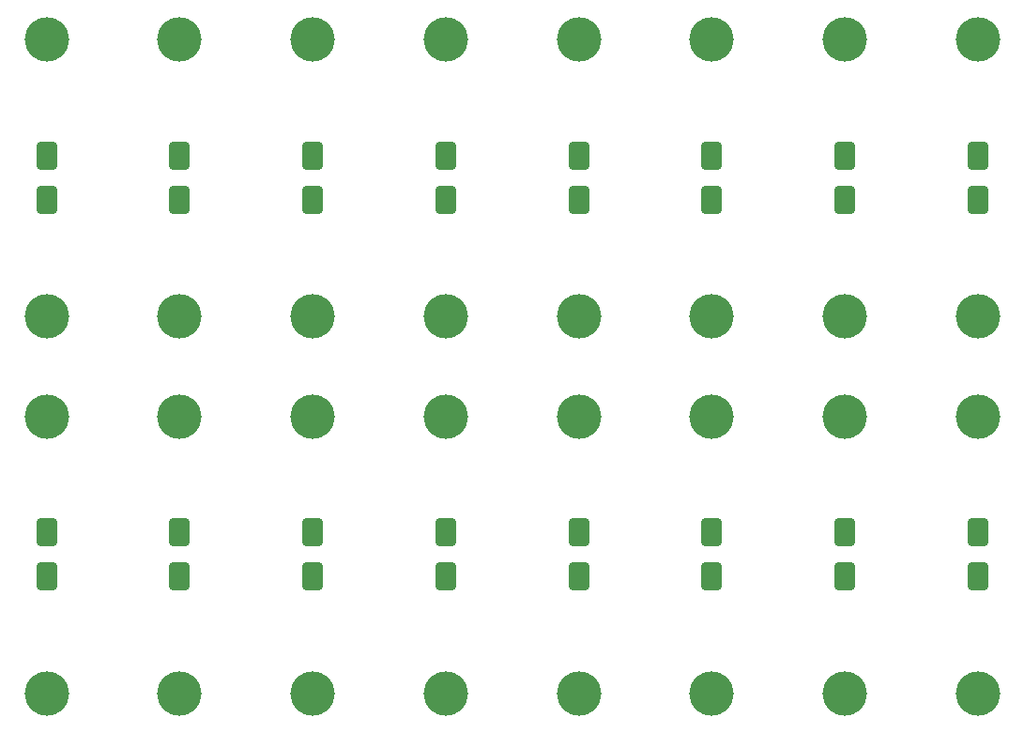
<source format=gbr>
%TF.GenerationSoftware,KiCad,Pcbnew,8.0.2*%
%TF.CreationDate,2024-06-26T22:28:10+07:00*%
%TF.ProjectId,Diode_M7_Panel,44696f64-655f-44d3-975f-50616e656c2e,rev?*%
%TF.SameCoordinates,Original*%
%TF.FileFunction,Soldermask,Top*%
%TF.FilePolarity,Negative*%
%FSLAX46Y46*%
G04 Gerber Fmt 4.6, Leading zero omitted, Abs format (unit mm)*
G04 Created by KiCad (PCBNEW 8.0.2) date 2024-06-26 22:28:10*
%MOMM*%
%LPD*%
G01*
G04 APERTURE LIST*
G04 Aperture macros list*
%AMRoundRect*
0 Rectangle with rounded corners*
0 $1 Rounding radius*
0 $2 $3 $4 $5 $6 $7 $8 $9 X,Y pos of 4 corners*
0 Add a 4 corners polygon primitive as box body*
4,1,4,$2,$3,$4,$5,$6,$7,$8,$9,$2,$3,0*
0 Add four circle primitives for the rounded corners*
1,1,$1+$1,$2,$3*
1,1,$1+$1,$4,$5*
1,1,$1+$1,$6,$7*
1,1,$1+$1,$8,$9*
0 Add four rect primitives between the rounded corners*
20,1,$1+$1,$2,$3,$4,$5,0*
20,1,$1+$1,$4,$5,$6,$7,0*
20,1,$1+$1,$6,$7,$8,$9,0*
20,1,$1+$1,$8,$9,$2,$3,0*%
G04 Aperture macros list end*
%ADD10C,4.000000*%
%ADD11RoundRect,0.250000X0.650000X-1.000000X0.650000X1.000000X-0.650000X1.000000X-0.650000X-1.000000X0*%
G04 APERTURE END LIST*
D10*
%TO.C,J2*%
X5000000Y-36500500D03*
%TD*%
%TO.C,J2*%
X41000000Y-70500500D03*
%TD*%
%TO.C,J1*%
X53000000Y-45516125D03*
%TD*%
%TO.C,J2*%
X65000000Y-36500500D03*
%TD*%
%TO.C,J1*%
X65000000Y-11516125D03*
%TD*%
%TO.C,J2*%
X17000000Y-36500500D03*
%TD*%
%TO.C,J1*%
X17000000Y-45516125D03*
%TD*%
%TO.C,J1*%
X77000000Y-45516125D03*
%TD*%
D11*
%TO.C,D1*%
X41000000Y-25978000D03*
X41000000Y-21978000D03*
%TD*%
D10*
%TO.C,J1*%
X29000000Y-11516125D03*
%TD*%
%TO.C,J1*%
X77000000Y-11516125D03*
%TD*%
%TO.C,J1*%
X29000000Y-45516125D03*
%TD*%
%TO.C,J1*%
X5000000Y-45516125D03*
%TD*%
%TO.C,J1*%
X17000000Y-11516125D03*
%TD*%
%TO.C,J2*%
X5000000Y-70500500D03*
%TD*%
%TO.C,J1*%
X5000000Y-11516125D03*
%TD*%
D11*
%TO.C,D1*%
X17000000Y-59978000D03*
X17000000Y-55978000D03*
%TD*%
D10*
%TO.C,J1*%
X41000000Y-45516125D03*
%TD*%
D11*
%TO.C,D1*%
X77000000Y-25978000D03*
X77000000Y-21978000D03*
%TD*%
D10*
%TO.C,J2*%
X77000000Y-36500500D03*
%TD*%
%TO.C,J2*%
X89000000Y-70500500D03*
%TD*%
%TO.C,J2*%
X29000000Y-70500500D03*
%TD*%
%TO.C,J2*%
X53000000Y-36500500D03*
%TD*%
%TO.C,J1*%
X53000000Y-11516125D03*
%TD*%
%TO.C,J2*%
X41000000Y-36500500D03*
%TD*%
D11*
%TO.C,D1*%
X53000000Y-59978000D03*
X53000000Y-55978000D03*
%TD*%
%TO.C,D1*%
X65000000Y-25978000D03*
X65000000Y-21978000D03*
%TD*%
%TO.C,D1*%
X89000000Y-25978000D03*
X89000000Y-21978000D03*
%TD*%
%TO.C,D1*%
X77000000Y-59978000D03*
X77000000Y-55978000D03*
%TD*%
%TO.C,D1*%
X65000000Y-59978000D03*
X65000000Y-55978000D03*
%TD*%
D10*
%TO.C,J1*%
X89000000Y-45516125D03*
%TD*%
%TO.C,J2*%
X89000000Y-36500500D03*
%TD*%
D11*
%TO.C,D1*%
X41000000Y-59978000D03*
X41000000Y-55978000D03*
%TD*%
%TO.C,D1*%
X5000000Y-25978000D03*
X5000000Y-21978000D03*
%TD*%
D10*
%TO.C,J2*%
X53000000Y-70500500D03*
%TD*%
%TO.C,J1*%
X65000000Y-45516125D03*
%TD*%
D11*
%TO.C,D1*%
X89000000Y-59978000D03*
X89000000Y-55978000D03*
%TD*%
D10*
%TO.C,J2*%
X17000000Y-70500500D03*
%TD*%
%TO.C,J2*%
X65000000Y-70500500D03*
%TD*%
D11*
%TO.C,D1*%
X5000000Y-59978000D03*
X5000000Y-55978000D03*
%TD*%
%TO.C,D1*%
X53000000Y-25978000D03*
X53000000Y-21978000D03*
%TD*%
%TO.C,D1*%
X29000000Y-25978000D03*
X29000000Y-21978000D03*
%TD*%
D10*
%TO.C,J1*%
X41000000Y-11516125D03*
%TD*%
D11*
%TO.C,D1*%
X17000000Y-25978000D03*
X17000000Y-21978000D03*
%TD*%
D10*
%TO.C,J2*%
X29000000Y-36500500D03*
%TD*%
D11*
%TO.C,D1*%
X29000000Y-59978000D03*
X29000000Y-55978000D03*
%TD*%
D10*
%TO.C,J1*%
X89000000Y-11516125D03*
%TD*%
%TO.C,J2*%
X77000000Y-70500500D03*
%TD*%
M02*

</source>
